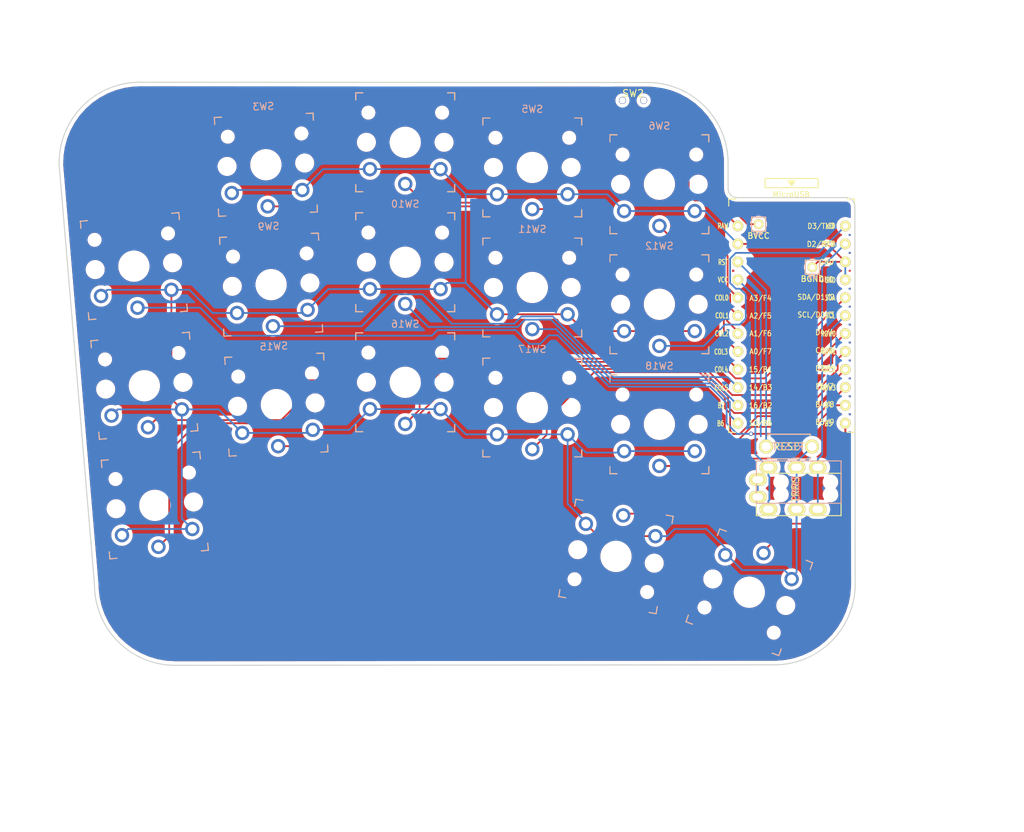
<source format=kicad_pcb>
(kicad_pcb (version 20171130) (host pcbnew 5.1.9)
  (title_block (title "Corne Light") (date 2018-12-26) (rev 2.1) (company foostan))
  (layers (0 F.Cu signal) (31 B.Cu signal) (34 B.Paste user hide) (35 F.Paste user) (36 B.SilkS user hide) (37 F.SilkS user) (38 B.Mask user) (39 F.Mask user) (44 Edge.Cuts user))
  (net 0 "")
  (net 1 row0)
  (net 2 row1)
  (net 3 row2)
  (net 4 row3)
  (net 5 "Net-(D20-Pad2)")
  (net 6 GND)
  (net 7 VCC)
  (net 8 col1)
  (net 9 col2)
  (net 10 col3)
  (net 11 col4)
  (net 12 col5)
  (net 13 LED)
  (net 14 data)
  (net 15 reset)
  (net 16 SCL)
  (net 17 SDA)
  (net 18 "Net-(U1-Pad14)")
  (net 19 "Net-(U1-Pad13)")
  (net 20 "Net-(U1-Pad12)")
  (net 21 "Net-(U1-Pad11)")
  (net 22 "Net-(J1-PadA)")
  (net 23 "Net-(U1-Pad24)")
  (module kbd:1pin_conn (layer F.Cu) (at 130.048 36.576)
    (fp_text reference BVCC (at 0 1.651) (layer F.SilkS) (effects (font (size 0.8128 0.8128))))
    (fp_text value VALBAT hide)
    (fp_text user ** (at 0 1.651) (layer B.SilkS) (effects (font (size 0.8128 0.8128)) (justify mirror)))
    (pad 1 thru_hole circle (at 0 0) (size 1.397 1.397) (drill 0.8128) (layers *.Cu *.Mask F.SilkS))
  )
  (module kbd:1pin_conn (layer F.Cu) (at 137.668 42.672)
    (fp_text reference BGND (at 0 1.651) (layer F.SilkS) (effects (font (size 0.8128 0.8128))))
    (fp_text value ValWW hide)
    (fp_text user ** (at 0 1.651) (layer B.SilkS) (effects (font (size 0.8128 0.8128)) (justify mirror)))
    (pad 1 thru_hole circle (at 0 0) (size 1.397 1.397) (drill 0.8128) (layers *.Cu *.Mask F.SilkS) (net 6 GND))
  )
  (module Kailh:SPDT_C128955 (layer F.Cu) (at 112.268 19.05)
    (fp_text reference SW2 (at 0 -1) (layer F.SilkS))
    (fp_text value SW_SPDT)
    (pad 0 smd rect (at -3.7 -1.1) (size 0.9 0.9) (layers F.Cu F.Paste F.Mask))
    (pad 0 smd rect (at -3.7 1.1) (size 0.9 0.9) (layers F.Cu F.Paste F.Mask))
    (pad 0 smd rect (at 3.7 1.1) (size 0.9 0.9) (layers F.Cu F.Paste F.Mask))
    (pad 0 smd rect (at 3.7 -1.1) (size 0.9 0.9) (layers F.Cu F.Paste F.Mask))
    (pad 1 smd rect (at 2.25 2.075) (size 0.9 1.25) (layers F.Cu F.Paste F.Mask))
    (pad 3 smd rect (at -2.25 2.075) (size 0.9 1.25) (layers F.Cu F.Paste F.Mask) (net 23 "Net-(U1-Pad24)"))
    (pad 2 smd rect (at -0.75 2.075) (size 0.9 1.25) (layers F.Cu F.Paste F.Mask))
    (pad "" np_thru_hole circle (at -1.5 0) (size 1 1) (drill 0.9) (layers *.Cu *.Mask))
    (pad "" np_thru_hole circle (at 1.5 0) (size 1 1) (drill 0.9) (layers *.Cu *.Mask))
  )
  (module kbd:ProMicro_v3 (layer F.Cu) (at 134.72 51.308)
    (fp_text reference U1 hide)
    (fp_text value ProMicro hide)
    (fp_text user "" (at -1.2065 -16.256) (layer B.SilkS) (effects (justify mirror)))
    (fp_text user "" (at -0.545 -17.4) (layer F.SilkS))
    (fp_text user RAW (at -9.7155 -14.478 unlocked) (layer F.SilkS) (effects (font (size 0.75 0.5) (thickness 0.125))))
    (fp_text user GND (at 5.461 -6.7945 unlocked) (layer F.SilkS) (effects (font (size 0.75 0.5) (thickness 0.125))))
    (fp_text user RST (at -9.7155 -9.3345 unlocked) (layer F.SilkS) (effects (font (size 0.75 0.5) (thickness 0.125))))
    (fp_text user VCC (at -9.7155 -6.858 unlocked) (layer F.SilkS) (effects (font (size 0.75 0.5) (thickness 0.125))))
    (fp_text user A3/F4 (at -4.395 -4.25 unlocked) (layer F.SilkS) (effects (font (size 0.75 0.67) (thickness 0.125))))
    (fp_text user A2/F5 (at -4.395 -1.75 unlocked) (layer F.SilkS) (effects (font (size 0.75 0.67) (thickness 0.125))))
    (fp_text user A1/F6 (at -4.395 0.75 unlocked) (layer F.SilkS) (effects (font (size 0.75 0.67) (thickness 0.125))))
    (fp_text user A0/F7 (at -4.395 3.3 unlocked) (layer F.SilkS) (effects (font (size 0.75 0.67) (thickness 0.125))))
    (fp_text user 15/B1 (at -4.395 5.85 unlocked) (layer F.SilkS) (effects (font (size 0.75 0.67) (thickness 0.125))))
    (fp_text user 14/B3 (at -4.395 8.4 unlocked) (layer F.SilkS) (effects (font (size 0.75 0.67) (thickness 0.125))))
    (fp_text user 10/B6 (at -4.395 13.45 unlocked) (layer F.SilkS) (effects (font (size 0.75 0.67) (thickness 0.125))))
    (fp_text user 16/B2 (at -4.395 10.95 unlocked) (layer F.SilkS) (effects (font (size 0.75 0.67) (thickness 0.125))))
    (fp_text user E6/7 (at 4.705 8.25 unlocked) (layer F.SilkS) (effects (font (size 0.75 0.67) (thickness 0.125))))
    (fp_text user D7/6 (at 4.705 5.7 unlocked) (layer F.SilkS) (effects (font (size 0.75 0.67) (thickness 0.125))))
    (fp_text user GND (at 4.955 -9.35 unlocked) (layer F.SilkS) (effects (font (size 0.75 0.67) (thickness 0.125))))
    (fp_text user GND (at 4.955 -6.9 unlocked) (layer F.SilkS) (effects (font (size 0.75 0.67) (thickness 0.125))))
    (fp_text user D3/TX0 (at 4.155 -14.45 unlocked) (layer F.SilkS) (effects (font (size 0.75 0.67) (thickness 0.125))))
    (fp_text user D4/4 (at 4.705 0.6 unlocked) (layer F.SilkS) (effects (font (size 0.75 0.67) (thickness 0.125))))
    (fp_text user SDA/D1/2 (at 3.455 -4.4 unlocked) (layer F.SilkS) (effects (font (size 0.75 0.67) (thickness 0.125))))
    (fp_text user SCL/D0/3 (at 3.455 -1.9 unlocked) (layer F.SilkS) (effects (font (size 0.75 0.67) (thickness 0.125))))
    (fp_text user C6/5 (at 4.705 3.15 unlocked) (layer F.SilkS) (effects (font (size 0.75 0.67) (thickness 0.125))))
    (fp_text user B5/9 (at 4.705 13.3 unlocked) (layer F.SilkS) (effects (font (size 0.75 0.67) (thickness 0.125))))
    (fp_text user D2/RX1 (at 4.155 -11.9 unlocked) (layer F.SilkS) (effects (font (size 0.75 0.67) (thickness 0.125))))
    (fp_text user B4/8 (at 4.705 10.8 unlocked) (layer F.SilkS) (effects (font (size 0.75 0.67) (thickness 0.125))))
    (fp_text user MicroUSB (at -0.05 -18.95) (layer F.SilkS) (effects (font (size 0.75 0.75) (thickness 0.12))))
    (fp_text user LED (at 5.5 -14.478) (layer F.SilkS) (effects (font (size 0.75 0.5) (thickness 0.125))))
    (fp_text user DATA (at 5.35 -11.95) (layer F.SilkS) (effects (font (size 0.75 0.5) (thickness 0.125))))
    (fp_text user COL3 (at -10 3.35) (layer F.SilkS) (effects (font (size 0.75 0.5) (thickness 0.125))))
    (fp_text user ROW0 (at 5.2 0.8) (layer F.SilkS) (effects (font (size 0.75 0.5) (thickness 0.125))))
    (fp_text user COL2 (at -9.9 0.762) (layer F.SilkS) (effects (font (size 0.75 0.5) (thickness 0.125))))
    (fp_text user SCL (at 5.461 -1.778) (layer F.SilkS) (effects (font (size 0.75 0.5) (thickness 0.125))))
    (fp_text user COL1 (at -9.85 -1.778) (layer F.SilkS) (effects (font (size 0.75 0.5) (thickness 0.125))))
    (fp_text user SDA (at 5.461 -4.318) (layer F.SilkS) (effects (font (size 0.75 0.5) (thickness 0.125))))
    (fp_text user COL0 (at -9.9 -4.3) (layer F.SilkS) (effects (font (size 0.75 0.5) (thickness 0.125))))
    (fp_text user B6 (at -10.05 13.5) (layer F.SilkS) (effects (font (size 0.75 0.5) (thickness 0.125))))
    (fp_text user B5 (at 5.2 13.5255) (layer F.SilkS) (effects (font (size 0.75 0.5) (thickness 0.125))))
    (fp_text user B4 (at 5.2 10.922) (layer F.SilkS) (effects (font (size 0.75 0.5) (thickness 0.125))))
    (fp_text user B2 (at -9.95 10.95) (layer F.SilkS) (effects (font (size 0.75 0.5) (thickness 0.125))))
    (fp_text user ROW3 (at 5.2 8.4455) (layer F.SilkS) (effects (font (size 0.75 0.5) (thickness 0.125))))
    (fp_text user COL5 (at -9.95 8.4455) (layer F.SilkS) (effects (font (size 0.75 0.5) (thickness 0.125))))
    (fp_text user ROW2 (at 5.2 5.85) (layer F.SilkS) (effects (font (size 0.75 0.5) (thickness 0.125))))
    (fp_text user COL4 (at -9.95 5.85) (layer F.SilkS) (effects (font (size 0.75 0.5) (thickness 0.125))))
    (fp_text user ROW1 (at 5.25 3.302) (layer F.SilkS) (effects (font (size 0.75 0.5) (thickness 0.125))))
    (pad 24 thru_hole circle (at -7.6086 -14.478) (size 1.524 1.524) (drill 0.8128) (layers *.Cu *.Mask F.SilkS) (net 23 "Net-(U1-Pad24)"))
    (pad 23 thru_hole circle (at -7.6086 -11.938) (size 1.524 1.524) (drill 0.8128) (layers *.Cu *.Mask F.SilkS) (net 6 GND))
    (pad 22 thru_hole circle (at -7.6086 -9.398) (size 1.524 1.524) (drill 0.8128) (layers *.Cu *.Mask F.SilkS) (net 15 reset))
    (pad 21 thru_hole circle (at -7.6086 -6.858) (size 1.524 1.524) (drill 0.8128) (layers *.Cu *.Mask F.SilkS) (net 7 VCC))
    (pad 20 thru_hole circle (at -7.6086 -4.318) (size 1.524 1.524) (drill 0.8128) (layers *.Cu *.Mask F.SilkS) (net 5 "Net-(D20-Pad2)"))
    (pad 19 thru_hole circle (at -7.6086 -1.778) (size 1.524 1.524) (drill 0.8128) (layers *.Cu *.Mask F.SilkS) (net 8 col1))
    (pad 18 thru_hole circle (at -7.6086 0.762) (size 1.524 1.524) (drill 0.8128) (layers *.Cu *.Mask F.SilkS) (net 9 col2))
    (pad 17 thru_hole circle (at -7.6086 3.302) (size 1.524 1.524) (drill 0.8128) (layers *.Cu *.Mask F.SilkS) (net 10 col3))
    (pad 16 thru_hole circle (at -7.6086 5.842) (size 1.524 1.524) (drill 0.8128) (layers *.Cu *.Mask F.SilkS) (net 11 col4))
    (pad 15 thru_hole circle (at -7.6086 8.382) (size 1.524 1.524) (drill 0.8128) (layers *.Cu *.Mask F.SilkS) (net 12 col5))
    (pad 14 thru_hole circle (at -7.6086 10.922) (size 1.524 1.524) (drill 0.8128) (layers *.Cu *.Mask F.SilkS) (net 18 "Net-(U1-Pad14)"))
    (pad 13 thru_hole circle (at -7.6086 13.462) (size 1.524 1.524) (drill 0.8128) (layers *.Cu *.Mask F.SilkS) (net 19 "Net-(U1-Pad13)"))
    (pad 12 thru_hole circle (at 7.6114 13.462) (size 1.524 1.524) (drill 0.8128) (layers *.Cu *.Mask F.SilkS) (net 20 "Net-(U1-Pad12)"))
    (pad 11 thru_hole circle (at 7.6114 10.922) (size 1.524 1.524) (drill 0.8128) (layers *.Cu *.Mask F.SilkS) (net 21 "Net-(U1-Pad11)"))
    (pad 10 thru_hole circle (at 7.6114 8.382) (size 1.524 1.524) (drill 0.8128) (layers *.Cu *.Mask F.SilkS) (net 4 row3))
    (pad 9 thru_hole circle (at 7.6114 5.842) (size 1.524 1.524) (drill 0.8128) (layers *.Cu *.Mask F.SilkS) (net 3 row2))
    (pad 8 thru_hole circle (at 7.6114 3.302) (size 1.524 1.524) (drill 0.8128) (layers *.Cu *.Mask F.SilkS) (net 2 row1))
    (pad 7 thru_hole circle (at 7.6114 0.762) (size 1.524 1.524) (drill 0.8128) (layers *.Cu *.Mask F.SilkS) (net 1 row0))
    (pad 6 thru_hole circle (at 7.6114 -1.778) (size 1.524 1.524) (drill 0.8128) (layers *.Cu *.Mask F.SilkS) (net 16 SCL))
    (pad 5 thru_hole circle (at 7.6114 -4.318) (size 1.524 1.524) (drill 0.8128) (layers *.Cu *.Mask F.SilkS) (net 17 SDA))
    (pad 4 thru_hole circle (at 7.6114 -6.858) (size 1.524 1.524) (drill 0.8128) (layers *.Cu *.Mask F.SilkS) (net 6 GND))
    (pad 3 thru_hole circle (at 7.6114 -9.398) (size 1.524 1.524) (drill 0.8128) (layers *.Cu *.Mask F.SilkS) (net 6 GND))
    (pad 2 thru_hole circle (at 7.6114 -11.938) (size 1.524 1.524) (drill 0.8128) (layers *.Cu *.Mask F.SilkS) (net 14 data))
    (pad 1 thru_hole circle (at 7.6114 -14.478) (size 1.524 1.524) (drill 0.8128) (layers *.Cu *.Mask F.SilkS) (net 13 LED))
  )
  (module chocs:SW_PG1350_reversible_b2 (layer B.Cu) (at 109.85 83.636 350)
    (fp_text reference SW20 hide)
    (fp_text value SW_PUSH hide)
    (pad "" np_thru_hole circle (at -5.5 0 350) (size 1.7018 1.7018) (drill 1.7018) (layers *.Cu *.Mask))
    (pad "" np_thru_hole circle (at 5.5 0 350) (size 1.7018 1.7018) (drill 1.7018) (layers *.Cu *.Mask))
    (pad "" np_thru_hole circle (at 5.22 4.2 350) (size 0.9906 0.9906) (drill 0.9906) (layers *.Cu *.Mask))
    (pad 1 thru_hole circle (at 0 -5.9 350) (size 2.032 2.032) (drill 1.27) (layers *.Cu *.Mask) (net 21 "Net-(U1-Pad11)"))
    (pad 2 thru_hole circle (at -5 -3.8 350) (size 2.032 2.032) (drill 1.27) (layers *.Cu *.Mask) (net 6 GND))
    (pad "" np_thru_hole circle (at 0 0 350) (size 3.429 3.429) (drill 3.429) (layers *.Cu *.Mask))
    (pad 2 thru_hole circle (at 5 -3.8 350) (size 2.032 2.032) (drill 1.27) (layers *.Cu *.Mask) (net 6 GND))
    (pad "" np_thru_hole circle (at -5.22 4.2 350) (size 0.9906 0.9906) (drill 0.9906) (layers *.Cu *.Mask))
  )
  (module chocs:SW_PG1350_reversible_b2 (layer F.Cu) (at 116 64.92)
    (fp_text reference SW18 hide)
    (fp_text value SW_PUSH hide)
    (fp_text user %R (at 0 -8.255) (layer B.SilkS) (effects (justify mirror)))
    (pad "" np_thru_hole circle (at -5.22 -4.2) (size 0.9906 0.9906) (drill 0.9906) (layers *.Cu *.Mask))
    (pad 2 thru_hole circle (at 5 3.8) (size 2.032 2.032) (drill 1.27) (layers *.Cu *.Mask) (net 6 GND))
    (pad "" np_thru_hole circle (at 0 0) (size 3.429 3.429) (drill 3.429) (layers *.Cu *.Mask))
    (pad 2 thru_hole circle (at -5 3.8) (size 2.032 2.032) (drill 1.27) (layers *.Cu *.Mask) (net 6 GND))
    (pad 1 thru_hole circle (at 0 5.9) (size 2.032 2.032) (drill 1.27) (layers *.Cu *.Mask) (net 3 row2))
    (pad "" np_thru_hole circle (at 5.22 -4.2) (size 0.9906 0.9906) (drill 0.9906) (layers *.Cu *.Mask))
    (pad "" np_thru_hole circle (at 5.5 0) (size 1.7018 1.7018) (drill 1.7018) (layers *.Cu *.Mask))
    (pad "" np_thru_hole circle (at -5.5 0) (size 1.7018 1.7018) (drill 1.7018) (layers *.Cu *.Mask))
  )
  (module chocs:SW_PG1350_reversible_b2 (layer B.Cu) (at 128.73 88.706 340)
    (fp_text reference SW21 hide)
    (fp_text value SW_PUSH hide)
    (pad "" np_thru_hole circle (at -5.5 0 340) (size 1.7018 1.7018) (drill 1.7018) (layers *.Cu *.Mask))
    (pad "" np_thru_hole circle (at 5.5 0 340) (size 1.7018 1.7018) (drill 1.7018) (layers *.Cu *.Mask))
    (pad "" np_thru_hole circle (at 5.22 4.2 340) (size 0.9906 0.9906) (drill 0.9906) (layers *.Cu *.Mask))
    (pad 1 thru_hole circle (at 0 -5.9 340) (size 2.032 2.032) (drill 1.27) (layers *.Cu *.Mask) (net 20 "Net-(U1-Pad12)"))
    (pad 2 thru_hole circle (at -5 -3.8 340) (size 2.032 2.032) (drill 1.27) (layers *.Cu *.Mask) (net 6 GND))
    (pad "" np_thru_hole circle (at 0 0 340) (size 3.429 3.429) (drill 3.429) (layers *.Cu *.Mask))
    (pad 2 thru_hole circle (at 5 -3.8 340) (size 2.032 2.032) (drill 1.27) (layers *.Cu *.Mask) (net 6 GND))
    (pad "" np_thru_hole circle (at -5.22 4.2 340) (size 0.9906 0.9906) (drill 0.9906) (layers *.Cu *.Mask))
  )
  (module chocs:SW_PG1350_reversible_b2 (layer F.Cu) (at 98 62.545)
    (fp_text reference SW17 hide)
    (fp_text value SW_PUSH hide)
    (fp_text user %R (at 0 -8.255) (layer B.SilkS) (effects (justify mirror)))
    (pad "" np_thru_hole circle (at -5.22 -4.2) (size 0.9906 0.9906) (drill 0.9906) (layers *.Cu *.Mask))
    (pad 2 thru_hole circle (at 5 3.8) (size 2.032 2.032) (drill 1.27) (layers *.Cu *.Mask) (net 6 GND))
    (pad "" np_thru_hole circle (at 0 0) (size 3.429 3.429) (drill 3.429) (layers *.Cu *.Mask))
    (pad 2 thru_hole circle (at -5 3.8) (size 2.032 2.032) (drill 1.27) (layers *.Cu *.Mask) (net 6 GND))
    (pad 1 thru_hole circle (at 0 5.9) (size 2.032 2.032) (drill 1.27) (layers *.Cu *.Mask) (net 2 row1))
    (pad "" np_thru_hole circle (at 5.22 -4.2) (size 0.9906 0.9906) (drill 0.9906) (layers *.Cu *.Mask))
    (pad "" np_thru_hole circle (at 5.5 0) (size 1.7018 1.7018) (drill 1.7018) (layers *.Cu *.Mask))
    (pad "" np_thru_hole circle (at -5.5 0) (size 1.7018 1.7018) (drill 1.7018) (layers *.Cu *.Mask))
  )
  (module chocs:SW_PG1350_reversible_b2 (layer F.Cu) (at 80 58.97)
    (fp_text reference SW16 hide)
    (fp_text value SW_PUSH hide)
    (fp_text user %R (at 0 -8.255) (layer B.SilkS) (effects (justify mirror)))
    (pad "" np_thru_hole circle (at -5.22 -4.2) (size 0.9906 0.9906) (drill 0.9906) (layers *.Cu *.Mask))
    (pad 2 thru_hole circle (at 5 3.8) (size 2.032 2.032) (drill 1.27) (layers *.Cu *.Mask) (net 6 GND))
    (pad "" np_thru_hole circle (at 0 0) (size 3.429 3.429) (drill 3.429) (layers *.Cu *.Mask))
    (pad 2 thru_hole circle (at -5 3.8) (size 2.032 2.032) (drill 1.27) (layers *.Cu *.Mask) (net 6 GND))
    (pad 1 thru_hole circle (at 0 5.9) (size 2.032 2.032) (drill 1.27) (layers *.Cu *.Mask) (net 1 row0))
    (pad "" np_thru_hole circle (at 5.22 -4.2) (size 0.9906 0.9906) (drill 0.9906) (layers *.Cu *.Mask))
    (pad "" np_thru_hole circle (at 5.5 0) (size 1.7018 1.7018) (drill 1.7018) (layers *.Cu *.Mask))
    (pad "" np_thru_hole circle (at -5.5 0) (size 1.7018 1.7018) (drill 1.7018) (layers *.Cu *.Mask))
  )
  (module chocs:SW_PG1350_reversible_b2 (layer F.Cu) (at 61.747939 62.128974 2.5)
    (fp_text reference SW15 hide)
    (fp_text value SW_PUSH hide)
    (fp_text user %R (at 0 -8.255 2.5) (layer B.SilkS) (effects (justify mirror)))
    (pad "" np_thru_hole circle (at -5.22 -4.2 2.5) (size 0.9906 0.9906) (drill 0.9906) (layers *.Cu *.Mask))
    (pad 2 thru_hole circle (at 5 3.8 2.5) (size 2.032 2.032) (drill 1.27) (layers *.Cu *.Mask) (net 6 GND))
    (pad "" np_thru_hole circle (at 0 0 2.5) (size 3.429 3.429) (drill 3.429) (layers *.Cu *.Mask))
    (pad 2 thru_hole circle (at -5 3.8 2.5) (size 2.032 2.032) (drill 1.27) (layers *.Cu *.Mask) (net 6 GND))
    (pad 1 thru_hole circle (at 0 5.9 2.5) (size 2.032 2.032) (drill 1.27) (layers *.Cu *.Mask) (net 16 SCL))
    (pad "" np_thru_hole circle (at 5.22 -4.2 2.5) (size 0.9906 0.9906) (drill 0.9906) (layers *.Cu *.Mask))
    (pad "" np_thru_hole circle (at 5.5 0 2.5) (size 1.7018 1.7018) (drill 1.7018) (layers *.Cu *.Mask))
    (pad "" np_thru_hole circle (at -5.5 0 2.5) (size 1.7018 1.7018) (drill 1.7018) (layers *.Cu *.Mask))
  )
  (module chocs:SW_PG1350_reversible_b2 (layer F.Cu) (at 44.5329 76.4008 5)
    (fp_text reference SW14 hide)
    (fp_text value SW_PUSH hide)
    (pad "" np_thru_hole circle (at -5.22 -4.2 5) (size 0.9906 0.9906) (drill 0.9906) (layers *.Cu *.Mask))
    (pad 2 thru_hole circle (at 5 3.8 5) (size 2.032 2.032) (drill 1.27) (layers *.Cu *.Mask) (net 6 GND))
    (pad "" np_thru_hole circle (at 0 0 5) (size 3.429 3.429) (drill 3.429) (layers *.Cu *.Mask))
    (pad 2 thru_hole circle (at -5 3.8 5) (size 2.032 2.032) (drill 1.27) (layers *.Cu *.Mask) (net 6 GND))
    (pad 1 thru_hole circle (at 0 5.9 5) (size 2.032 2.032) (drill 1.27) (layers *.Cu *.Mask) (net 17 SDA))
    (pad "" np_thru_hole circle (at 5.22 -4.2 5) (size 0.9906 0.9906) (drill 0.9906) (layers *.Cu *.Mask))
    (pad "" np_thru_hole circle (at 5.5 0 5) (size 1.7018 1.7018) (drill 1.7018) (layers *.Cu *.Mask))
    (pad "" np_thru_hole circle (at -5.5 0 5) (size 1.7018 1.7018) (drill 1.7018) (layers *.Cu *.Mask))
  )
  (module chocs:SW_PG1350_reversible_b2 (layer F.Cu) (at 116 47.92)
    (fp_text reference SW12 hide)
    (fp_text value SW_PUSH hide)
    (fp_text user %R (at 0 -8.255) (layer B.SilkS) (effects (justify mirror)))
    (pad "" np_thru_hole circle (at -5.22 -4.2) (size 0.9906 0.9906) (drill 0.9906) (layers *.Cu *.Mask))
    (pad 2 thru_hole circle (at 5 3.8) (size 2.032 2.032) (drill 1.27) (layers *.Cu *.Mask) (net 6 GND))
    (pad "" np_thru_hole circle (at 0 0) (size 3.429 3.429) (drill 3.429) (layers *.Cu *.Mask))
    (pad 2 thru_hole circle (at -5 3.8) (size 2.032 2.032) (drill 1.27) (layers *.Cu *.Mask) (net 6 GND))
    (pad 1 thru_hole circle (at 0 5.9) (size 2.032 2.032) (drill 1.27) (layers *.Cu *.Mask) (net 13 LED))
    (pad "" np_thru_hole circle (at 5.22 -4.2) (size 0.9906 0.9906) (drill 0.9906) (layers *.Cu *.Mask))
    (pad "" np_thru_hole circle (at 5.5 0) (size 1.7018 1.7018) (drill 1.7018) (layers *.Cu *.Mask))
    (pad "" np_thru_hole circle (at -5.5 0) (size 1.7018 1.7018) (drill 1.7018) (layers *.Cu *.Mask))
  )
  (module chocs:SW_PG1350_reversible_b2 (layer F.Cu) (at 98 45.54)
    (fp_text reference SW11 hide)
    (fp_text value SW_PUSH hide)
    (fp_text user %R (at 0 -8.255) (layer B.SilkS) (effects (justify mirror)))
    (pad "" np_thru_hole circle (at -5.22 -4.2) (size 0.9906 0.9906) (drill 0.9906) (layers *.Cu *.Mask))
    (pad 2 thru_hole circle (at 5 3.8) (size 2.032 2.032) (drill 1.27) (layers *.Cu *.Mask) (net 6 GND))
    (pad "" np_thru_hole circle (at 0 0) (size 3.429 3.429) (drill 3.429) (layers *.Cu *.Mask))
    (pad 2 thru_hole circle (at -5 3.8) (size 2.032 2.032) (drill 1.27) (layers *.Cu *.Mask) (net 6 GND))
    (pad 1 thru_hole circle (at 0 5.9) (size 2.032 2.032) (drill 1.27) (layers *.Cu *.Mask) (net 19 "Net-(U1-Pad13)"))
    (pad "" np_thru_hole circle (at 5.22 -4.2) (size 0.9906 0.9906) (drill 0.9906) (layers *.Cu *.Mask))
    (pad "" np_thru_hole circle (at 5.5 0) (size 1.7018 1.7018) (drill 1.7018) (layers *.Cu *.Mask))
    (pad "" np_thru_hole circle (at -5.5 0) (size 1.7018 1.7018) (drill 1.7018) (layers *.Cu *.Mask))
  )
  (module chocs:SW_PG1350_reversible_b2 (layer F.Cu) (at 80 41.97)
    (fp_text reference SW10 hide)
    (fp_text value SW_PUSH hide)
    (fp_text user %R (at 0 -8.255) (layer B.SilkS) (effects (justify mirror)))
    (pad "" np_thru_hole circle (at -5.22 -4.2) (size 0.9906 0.9906) (drill 0.9906) (layers *.Cu *.Mask))
    (pad 2 thru_hole circle (at 5 3.8) (size 2.032 2.032) (drill 1.27) (layers *.Cu *.Mask) (net 6 GND))
    (pad "" np_thru_hole circle (at 0 0) (size 3.429 3.429) (drill 3.429) (layers *.Cu *.Mask))
    (pad 2 thru_hole circle (at -5 3.8) (size 2.032 2.032) (drill 1.27) (layers *.Cu *.Mask) (net 6 GND))
    (pad 1 thru_hole circle (at 0 5.9) (size 2.032 2.032) (drill 1.27) (layers *.Cu *.Mask) (net 18 "Net-(U1-Pad14)"))
    (pad "" np_thru_hole circle (at 5.22 -4.2) (size 0.9906 0.9906) (drill 0.9906) (layers *.Cu *.Mask))
    (pad "" np_thru_hole circle (at 5.5 0) (size 1.7018 1.7018) (drill 1.7018) (layers *.Cu *.Mask))
    (pad "" np_thru_hole circle (at -5.5 0) (size 1.7018 1.7018) (drill 1.7018) (layers *.Cu *.Mask))
  )
  (module chocs:SW_PG1350_reversible_b2 (layer F.Cu) (at 61.006165 45.140154 2.5)
    (fp_text reference SW9 hide)
    (fp_text value SW_PUSH hide)
    (fp_text user %R (at 0 -8.255 2.5) (layer B.SilkS) (effects (justify mirror)))
    (pad "" np_thru_hole circle (at -5.22 -4.2 2.5) (size 0.9906 0.9906) (drill 0.9906) (layers *.Cu *.Mask))
    (pad 2 thru_hole circle (at 5 3.8 2.5) (size 2.032 2.032) (drill 1.27) (layers *.Cu *.Mask) (net 6 GND))
    (pad "" np_thru_hole circle (at 0 0 2.5) (size 3.429 3.429) (drill 3.429) (layers *.Cu *.Mask))
    (pad 2 thru_hole circle (at -5 3.8 2.5) (size 2.032 2.032) (drill 1.27) (layers *.Cu *.Mask) (net 6 GND))
    (pad 1 thru_hole circle (at 0 5.9 2.5) (size 2.032 2.032) (drill 1.27) (layers *.Cu *.Mask) (net 12 col5))
    (pad "" np_thru_hole circle (at 5.22 -4.2 2.5) (size 0.9906 0.9906) (drill 0.9906) (layers *.Cu *.Mask))
    (pad "" np_thru_hole circle (at 5.5 0 2.5) (size 1.7018 1.7018) (drill 1.7018) (layers *.Cu *.Mask))
    (pad "" np_thru_hole circle (at -5.5 0 2.5) (size 1.7018 1.7018) (drill 1.7018) (layers *.Cu *.Mask))
  )
  (module chocs:SW_PG1350_reversible_b2 (layer F.Cu) (at 43.0508 59.4605 5)
    (fp_text reference SW8 hide)
    (fp_text value SW_PUSH hide)
    (pad "" np_thru_hole circle (at -5.22 -4.2 5) (size 0.9906 0.9906) (drill 0.9906) (layers *.Cu *.Mask))
    (pad 2 thru_hole circle (at 5 3.8 5) (size 2.032 2.032) (drill 1.27) (layers *.Cu *.Mask) (net 6 GND))
    (pad "" np_thru_hole circle (at 0 0 5) (size 3.429 3.429) (drill 3.429) (layers *.Cu *.Mask))
    (pad 2 thru_hole circle (at -5 3.8 5) (size 2.032 2.032) (drill 1.27) (layers *.Cu *.Mask) (net 6 GND))
    (pad 1 thru_hole circle (at 0 5.9 5) (size 2.032 2.032) (drill 1.27) (layers *.Cu *.Mask) (net 11 col4))
    (pad "" np_thru_hole circle (at 5.22 -4.2 5) (size 0.9906 0.9906) (drill 0.9906) (layers *.Cu *.Mask))
    (pad "" np_thru_hole circle (at 5.5 0 5) (size 1.7018 1.7018) (drill 1.7018) (layers *.Cu *.Mask))
    (pad "" np_thru_hole circle (at -5.5 0 5) (size 1.7018 1.7018) (drill 1.7018) (layers *.Cu *.Mask))
  )
  (module chocs:SW_PG1350_reversible_b2 (layer F.Cu) (at 116 30.92)
    (fp_text reference SW6 hide)
    (fp_text value SW_PUSH hide)
    (fp_text user %R (at 0 -8.255) (layer B.SilkS) (effects (justify mirror)))
    (pad "" np_thru_hole circle (at -5.22 -4.2) (size 0.9906 0.9906) (drill 0.9906) (layers *.Cu *.Mask))
    (pad 2 thru_hole circle (at 5 3.8) (size 2.032 2.032) (drill 1.27) (layers *.Cu *.Mask) (net 6 GND))
    (pad "" np_thru_hole circle (at 0 0) (size 3.429 3.429) (drill 3.429) (layers *.Cu *.Mask))
    (pad 2 thru_hole circle (at -5 3.8) (size 2.032 2.032) (drill 1.27) (layers *.Cu *.Mask) (net 6 GND))
    (pad 1 thru_hole circle (at 0 5.9) (size 2.032 2.032) (drill 1.27) (layers *.Cu *.Mask) (net 5 "Net-(D20-Pad2)"))
    (pad "" np_thru_hole circle (at 5.22 -4.2) (size 0.9906 0.9906) (drill 0.9906) (layers *.Cu *.Mask))
    (pad "" np_thru_hole circle (at 5.5 0) (size 1.7018 1.7018) (drill 1.7018) (layers *.Cu *.Mask))
    (pad "" np_thru_hole circle (at -5.5 0) (size 1.7018 1.7018) (drill 1.7018) (layers *.Cu *.Mask))
  )
  (module chocs:SW_PG1350_reversible_b2 (layer F.Cu) (at 98 28.54)
    (fp_text reference SW5 hide)
    (fp_text value SW_PUSH hide)
    (fp_text user %R (at 0 -8.255) (layer B.SilkS) (effects (justify mirror)))
    (pad "" np_thru_hole circle (at -5.22 -4.2) (size 0.9906 0.9906) (drill 0.9906) (layers *.Cu *.Mask))
    (pad 2 thru_hole circle (at 5 3.8) (size 2.032 2.032) (drill 1.27) (layers *.Cu *.Mask) (net 6 GND))
    (pad "" np_thru_hole circle (at 0 0) (size 3.429 3.429) (drill 3.429) (layers *.Cu *.Mask))
    (pad 2 thru_hole circle (at -5 3.8) (size 2.032 2.032) (drill 1.27) (layers *.Cu *.Mask) (net 6 GND))
    (pad 1 thru_hole circle (at 0 5.9) (size 2.032 2.032) (drill 1.27) (layers *.Cu *.Mask) (net 8 col1))
    (pad "" np_thru_hole circle (at 5.22 -4.2) (size 0.9906 0.9906) (drill 0.9906) (layers *.Cu *.Mask))
    (pad "" np_thru_hole circle (at 5.5 0) (size 1.7018 1.7018) (drill 1.7018) (layers *.Cu *.Mask))
    (pad "" np_thru_hole circle (at -5.5 0) (size 1.7018 1.7018) (drill 1.7018) (layers *.Cu *.Mask))
  )
  (module chocs:SW_PG1350_reversible_b2 (layer F.Cu) (at 80 24.98)
    (fp_text reference SW4 hide)
    (fp_text value SW_PUSH hide)
    (pad "" np_thru_hole circle (at -5.22 -4.2) (size 0.9906 0.9906) (drill 0.9906) (layers *.Cu *.Mask))
    (pad 2 thru_hole circle (at 5 3.8) (size 2.032 2.032) (drill 1.27) (layers *.Cu *.Mask) (net 6 GND))
    (pad "" np_thru_hole circle (at 0 0) (size 3.429 3.429) (drill 3.429) (layers *.Cu *.Mask))
    (pad 2 thru_hole circle (at -5 3.8) (size 2.032 2.032) (drill 1.27) (layers *.Cu *.Mask) (net 6 GND))
    (pad 1 thru_hole circle (at 0 5.9) (size 2.032 2.032) (drill 1.27) (layers *.Cu *.Mask) (net 9 col2))
    (pad "" np_thru_hole circle (at 5.22 -4.2) (size 0.9906 0.9906) (drill 0.9906) (layers *.Cu *.Mask))
    (pad "" np_thru_hole circle (at 5.5 0) (size 1.7018 1.7018) (drill 1.7018) (layers *.Cu *.Mask))
    (pad "" np_thru_hole circle (at -5.5 0) (size 1.7018 1.7018) (drill 1.7018) (layers *.Cu *.Mask))
  )
  (module chocs:SW_PG1350_reversible_b2 (layer F.Cu) (at 41.5691 42.5252 5)
    (fp_text reference SW2 hide)
    (fp_text value SW_PUSH hide)
    (pad "" np_thru_hole circle (at -5.22 -4.2 5) (size 0.9906 0.9906) (drill 0.9906) (layers *.Cu *.Mask))
    (pad 2 thru_hole circle (at 5 3.8 5) (size 2.032 2.032) (drill 1.27) (layers *.Cu *.Mask) (net 6 GND))
    (pad "" np_thru_hole circle (at 0 0 5) (size 3.429 3.429) (drill 3.429) (layers *.Cu *.Mask))
    (pad 2 thru_hole circle (at -5 3.8 5) (size 2.032 2.032) (drill 1.27) (layers *.Cu *.Mask) (net 6 GND))
    (pad 1 thru_hole circle (at 0 5.9 5) (size 2.032 2.032) (drill 1.27) (layers *.Cu *.Mask) (net 4 row3))
    (pad "" np_thru_hole circle (at 5.22 -4.2 5) (size 0.9906 0.9906) (drill 0.9906) (layers *.Cu *.Mask))
    (pad "" np_thru_hole circle (at 5.5 0 5) (size 1.7018 1.7018) (drill 1.7018) (layers *.Cu *.Mask))
    (pad "" np_thru_hole circle (at -5.5 0 5) (size 1.7018 1.7018) (drill 1.7018) (layers *.Cu *.Mask))
  )
  (module chocs:SW_PG1350_reversible_b2 (layer F.Cu) (at 60.264646 28.156336 2.5)
    (fp_text reference SW3 hide)
    (fp_text value SW_PUSH hide)
    (fp_text user %R (at 0 -8.255 2.5) (layer B.SilkS) (effects (justify mirror)))
    (pad "" np_thru_hole circle (at -5.22 -4.2 2.5) (size 0.9906 0.9906) (drill 0.9906) (layers *.Cu *.Mask))
    (pad 2 thru_hole circle (at 5 3.8 2.5) (size 2.032 2.032) (drill 1.27) (layers *.Cu *.Mask) (net 6 GND))
    (pad "" np_thru_hole circle (at 0 0 2.5) (size 3.429 3.429) (drill 3.429) (layers *.Cu *.Mask))
    (pad 2 thru_hole circle (at -5 3.8 2.5) (size 2.032 2.032) (drill 1.27) (layers *.Cu *.Mask) (net 6 GND))
    (pad 1 thru_hole circle (at 0 5.9 2.5) (size 2.032 2.032) (drill 1.27) (layers *.Cu *.Mask) (net 10 col3))
    (pad "" np_thru_hole circle (at 5.22 -4.2 2.5) (size 0.9906 0.9906) (drill 0.9906) (layers *.Cu *.Mask))
    (pad "" np_thru_hole circle (at 5.5 0 2.5) (size 1.7018 1.7018) (drill 1.7018) (layers *.Cu *.Mask))
    (pad "" np_thru_hole circle (at -5.5 0 2.5) (size 1.7018 1.7018) (drill 1.7018) (layers *.Cu *.Mask))
  )
  (module foostan:ResetSW (layer F.Cu) (at 134.366 68.072 180)
    (fp_text reference RSW1 hide)
    (fp_text value Val**)
    (fp_text user RESET (at 0 0) (layer F.SilkS))
    (fp_text user RESET (at 0.127 0) (layer B.SilkS) (effects (justify mirror)))
    (pad 2 thru_hole circle (at -3.25 0 180) (size 2 2) (drill 1.3) (layers *.Cu *.Mask F.SilkS) (net 6 GND))
    (pad 1 thru_hole circle (at 3.25 0 180) (size 2 2) (drill 1.3) (layers *.Cu *.Mask F.SilkS) (net 15 reset))
  )
  (module kbd:MJ-4PP-9 (layer F.Cu) (at 141.732 74.86 270)
    (fp_text reference J1)
    (fp_text value MJ-4PP-9 hide)
    (fp_text user TRRS (at -0.75 6.45 270) (layer F.SilkS))
    (fp_text user TRRS (at -0.8255 6.4135 90) (layer B.SilkS) (effects (justify mirror)))
    (pad A thru_hole oval (at -2.1 11.8 270) (size 1.7 2.5) (drill oval 1 1.5) (layers *.Cu *.Mask F.SilkS) (net 22 "Net-(J1-PadA)") (clearance 0.15))
    (pad D thru_hole oval (at 2.1 10.3 270) (size 1.7 2.5) (drill oval 1 1.5) (layers *.Cu *.Mask F.SilkS) (net 7 VCC) (clearance 0.15))
    (pad C thru_hole oval (at 2.1 6.3 270) (size 1.7 2.5) (drill oval 1 1.5) (layers *.Cu *.Mask F.SilkS) (net 6 GND))
    (pad B thru_hole oval (at 2.1 3.3 270) (size 1.7 2.5) (drill oval 1 1.5) (layers *.Cu *.Mask F.SilkS) (net 14 data))
    (pad "" np_thru_hole circle (at 0 8.5 270) (size 1.2 1.2) (drill 1.2) (layers *.Cu *.Mask F.SilkS))
    (pad "" np_thru_hole circle (at 0 1.5 270) (size 1.2 1.2) (drill 1.2) (layers *.Cu *.Mask F.SilkS))
    (pad C thru_hole oval (at -3.85 6.3 270) (size 1.7 2.5) (drill oval 1 1.5) (layers *.Cu *.Mask F.SilkS) (net 6 GND))
    (pad B thru_hole oval (at -3.85 3.3 270) (size 1.7 2.5) (drill oval 1 1.5) (layers *.Cu *.Mask F.SilkS) (net 14 data))
    (pad A thru_hole oval (at 0.35 11.8 270) (size 1.7 2.5) (drill oval 1 1.5) (layers *.Cu *.Mask F.SilkS) (net 22 "Net-(J1-PadA)") (clearance 0.15))
    (pad D thru_hole oval (at -3.85 10.3 270) (size 1.7 2.5) (drill oval 1 1.5) (layers *.Cu *.Mask F.SilkS) (net 7 VCC) (clearance 0.15))
    (pad "" np_thru_hole circle (at -1.75 1.5 270) (size 1.2 1.2) (drill 1.2) (layers *.Cu *.Mask F.SilkS))
    (pad "" np_thru_hole circle (at -1.75 8.5 270) (size 1.2 1.2) (drill 1.2) (layers *.Cu *.Mask F.SilkS))
  )
  (gr_arc (start 114.3 27.94) (end 125.73 27.94) (angle -91.60366242) (layer Edge.Cuts) (width 0.15))
  (gr_arc (start 132.29 87.55) (end 132.28 98.99) (angle -88.99844363) (layer Edge.Cuts) (width 0.15))
  (gr_arc (start 47.42 87.63) (end 35.99 87.63) (angle -90) (layer Edge.Cuts) (width 0.15))
  (gr_arc (start 127.005 31.55) (end 125.735 31.55) (angle -90) (layer Edge.Cuts) (width 0.15))
  (gr_line (start 125.735 31.55) (end 125.73 27.94) (angle 90) (layer Edge.Cuts) (width 0.15))
  (gr_arc (start 142.409844 34.077527) (end 143.679844 34.087527) (angle -94.05555909) (layer Edge.Cuts) (width 0.15))
  (gr_line (start 47.42 99.06) (end 132.28 98.99) (angle 90) (layer Edge.Cuts) (width 0.15))
  (gr_arc (start 42.41 27.905) (end 42.41 16.475) (angle -91.60366242) (layer Edge.Cuts) (width 0.15))
  (gr_line (start 142.33 32.81) (end 127.005 32.82) (angle 90) (layer Edge.Cuts) (width 0.15))
  (gr_line (start 30.984477 28.224875) (end 35.99 87.63) (angle 90) (layer Edge.Cuts) (width 0.15))
  (gr_line (start 143.728077 87.759965) (end 143.679844 34.087527) (angle 90) (layer Edge.Cuts) (width 0.15))
  (gr_line (start 113.980125 16.514477) (end 42.41 16.475) (angle 90) (layer Edge.Cuts) (width 0.15))
  (segment (start 128.466162 36.576) (end 124.656162 32.766) (width 0.25) (layer F.Cu) (net 0))
  (segment (start 130.048 36.576) (end 128.466162 36.576) (width 0.25) (layer F.Cu) (net 0))
  (segment (start 124.656162 32.766) (end 121.158 32.766) (width 0.25) (layer F.Cu) (net 0))
  (segment (start 111.518 21.125) (end 111.518 21.856) (width 0.25) (layer F.Cu) (net 0))
  (segment (start 120.142 30.48) (end 120.142 31.75) (width 0.25) (layer F.Cu) (net 0))
  (segment (start 111.518 21.856) (end 120.142 30.48) (width 0.25) (layer F.Cu) (net 0))
  (segment (start 121.158 32.766) (end 120.142 31.75) (width 0.25) (layer F.Cu) (net 0))
  (segment (start 82.039501 62.830499) (end 80 64.87) (width 0.25) (layer F.Cu) (net 1))
  (segment (start 82.039501 60.454499) (end 82.039501 62.830499) (width 0.25) (layer F.Cu) (net 1))
  (segment (start 121.666 56.642) (end 85.852 56.642) (width 0.25) (layer F.Cu) (net 1))
  (segment (start 85.852 56.642) (end 82.039501 60.454499) (width 0.25) (layer F.Cu) (net 1))
  (segment (start 133.624399 60.777001) (end 142.3314 52.07) (width 0.25) (layer F.Cu) (net 1))
  (segment (start 126.309001 60.777001) (end 133.624399 60.777001) (width 0.25) (layer F.Cu) (net 1))
  (segment (start 122.174 56.642) (end 126.309001 60.777001) (width 0.25) (layer F.Cu) (net 1))
  (segment (start 121.666 56.642) (end 122.174 56.642) (width 0.25) (layer F.Cu) (net 1))
  (segment (start 142.3314 54.61) (end 141.997 54.61) (width 0.25) (layer F.Cu) (net 2))
  (segment (start 141.244399 55.697001) (end 142.3314 54.61) (width 0.25) (layer F.Cu) (net 2))
  (segment (start 141.244399 57.171903) (end 141.244399 55.697001) (width 0.25) (layer F.Cu) (net 2))
  (segment (start 98 68.445) (end 100.039501 66.405499) (width 0.25) (layer F.Cu) (net 2))
  (segment (start 127.383288 66.294) (end 129.910277 63.767011) (width 0.25) (layer F.Cu) (net 2))
  (segment (start 100.039501 64.265165) (end 106.762646 57.54202) (width 0.25) (layer F.Cu) (net 2))
  (segment (start 126.024399 65.826399) (end 126.492 66.294) (width 0.25) (layer F.Cu) (net 2))
  (segment (start 106.762646 57.54202) (end 121.67561 57.54202) (width 0.25) (layer F.Cu) (net 2))
  (segment (start 100.039501 66.405499) (end 100.039501 64.265165) (width 0.25) (layer F.Cu) (net 2))
  (segment (start 125.27999 61.1464) (end 125.27999 62.643762) (width 0.25) (layer F.Cu) (net 2))
  (segment (start 125.27999 62.643762) (end 126.024399 63.388171) (width 0.25) (layer F.Cu) (net 2))
  (segment (start 121.67561 57.54202) (end 125.27999 61.1464) (width 0.25) (layer F.Cu) (net 2))
  (segment (start 126.024399 63.388171) (end 126.024399 65.826399) (width 0.25) (layer F.Cu) (net 2))
  (segment (start 126.492 66.294) (end 127.383288 66.294) (width 0.25) (layer F.Cu) (net 2))
  (segment (start 129.910277 63.767011) (end 134.649291 63.767011) (width 0.25) (layer F.Cu) (net 2))
  (segment (start 134.649291 63.767011) (end 141.244399 57.171903) (width 0.25) (layer F.Cu) (net 2))
  (segment (start 116 70.82) (end 123.4995 70.82) (width 0.25) (layer F.Cu) (net 3))
  (segment (start 134.2034 65.278) (end 142.3314 57.15) (width 0.25) (layer F.Cu) (net 3))
  (segment (start 129.035698 65.278) (end 134.2034 65.278) (width 0.25) (layer F.Cu) (net 3))
  (segment (start 123.493698 70.82) (end 129.035698 65.278) (width 0.25) (layer F.Cu) (net 3))
  (segment (start 116 70.82) (end 123.493698 70.82) (width 0.25) (layer F.Cu) (net 3))
  (segment (start 128.9682 66.2705) (end 135.7509 66.2705) (width 0.25) (layer F.Cu) (net 4))
  (segment (start 135.7509 66.2705) (end 142.3314 59.69) (width 0.25) (layer F.Cu) (net 4))
  (via (at 128.9682 66.2705) (size 0.6) (layers F.Cu B.Cu) (net 4))
  (segment (start 127.003138 66.2705) (end 128.9682 66.2705) (width 0.25) (layer B.Cu) (net 4))
  (segment (start 42.083319 48.402749) (end 50.942749 48.402749) (width 0.25) (layer B.Cu) (net 4))
  (segment (start 54.91554 52.37554) (end 83.76846 52.37554) (width 0.25) (layer B.Cu) (net 4))
  (segment (start 83.76846 52.37554) (end 84.56129 51.58271) (width 0.25) (layer B.Cu) (net 4))
  (segment (start 84.56129 51.58271) (end 95.641008 51.58271) (width 0.25) (layer B.Cu) (net 4))
  (segment (start 125.525485 61.916905) (end 125.525485 64.792847) (width 0.25) (layer B.Cu) (net 4))
  (segment (start 50.942749 48.402749) (end 54.91554 52.37554) (width 0.25) (layer B.Cu) (net 4))
  (segment (start 100.33 52.324) (end 101.59718 52.324) (width 0.25) (layer B.Cu) (net 4))
  (segment (start 108.86061 59.58743) (end 123.19601 59.58743) (width 0.25) (layer B.Cu) (net 4))
  (segment (start 125.525485 64.792847) (end 127.003138 66.2705) (width 0.25) (layer B.Cu) (net 4))
  (segment (start 99.118149 53.535851) (end 100.33 52.324) (width 0.25) (layer B.Cu) (net 4))
  (segment (start 95.641008 51.58271) (end 97.594149 53.535851) (width 0.25) (layer B.Cu) (net 4))
  (segment (start 101.59718 52.324) (end 108.86061 59.58743) (width 0.25) (layer B.Cu) (net 4))
  (segment (start 97.594149 53.535851) (end 99.118149 53.535851) (width 0.25) (layer B.Cu) (net 4))
  (segment (start 123.19601 59.58743) (end 125.525485 61.916905) (width 0.25) (layer B.Cu) (net 4))
  (segment (start 116 36.82) (end 116.9414 36.82) (width 0.25) (layer B.Cu) (net 5))
  (segment (start 125.6587 45.5373) (end 127.1114 46.99) (width 0.25) (layer F.Cu) (net 5))
  (segment (start 125.6587 41.0767) (end 125.6587 45.5373) (width 0.25) (layer F.Cu) (net 5))
  (segment (start 124.8466 40.2646) (end 125.6587 41.0767) (width 0.25) (layer F.Cu) (net 5))
  (segment (start 119.4446 40.2646) (end 124.8466 40.2646) (width 0.25) (layer F.Cu) (net 5))
  (segment (start 116 36.82) (end 119.4446 40.2646) (width 0.25) (layer F.Cu) (net 5))
  (segment (start 57.4254 65.6549) (end 56.902 66.1783) (width 0.25) (layer F.Cu) (net 6))
  (segment (start 125.3312 82.4091) (end 122.6681 79.746) (width 0.25) (layer B.Cu) (net 6))
  (segment (start 56.012 49.1966) (end 56.5354 48.6732) (width 0.25) (layer F.Cu) (net 6))
  (segment (start 127.1114 39.37) (end 139.7914 39.37) (width 0.25) (layer F.Cu) (net 6))
  (segment (start 139.7914 39.37) (end 142.3314 41.91) (width 0.25) (layer F.Cu) (net 6))
  (segment (start 135.432 76.96) (end 135.432 80.0724) (width 0.25) (layer B.Cu) (net 6))
  (segment (start 135.432 71.01) (end 135.432 76.96) (width 0.25) (layer B.Cu) (net 6))
  (segment (start 65.1086 31.6965) (end 64.5852 32.2199) (width 0.25) (layer F.Cu) (net 6))
  (segment (start 88.56 44.9) (end 93 49.34) (width 0.25) (layer B.Cu) (net 6))
  (segment (start 88.56 32.34) (end 88.56 44.9) (width 0.25) (layer B.Cu) (net 6))
  (segment (start 88.56 44.9) (end 85.87 44.9) (width 0.25) (layer B.Cu) (net 6))
  (segment (start 85.87 44.9) (end 85 45.77) (width 0.25) (layer B.Cu) (net 6))
  (segment (start 142.3314 41.91) (end 142.3314 44.45) (width 0.25) (layer B.Cu) (net 6))
  (segment (start 103 66.345) (end 105.5858 68.9308) (width 0.25) (layer B.Cu) (net 6))
  (segment (start 111 68.72) (end 110.7892 68.9308) (width 0.25) (layer B.Cu) (net 6))
  (segment (start 110.7892 68.9308) (end 105.5858 68.9308) (width 0.25) (layer B.Cu) (net 6))
  (segment (start 85 62.77) (end 88.575 66.345) (width 0.25) (layer B.Cu) (net 6))
  (segment (start 88.575 66.345) (end 93 66.345) (width 0.25) (layer B.Cu) (net 6))
  (segment (start 88.56 32.34) (end 93 32.34) (width 0.25) (layer B.Cu) (net 6))
  (segment (start 85 28.78) (end 88.56 32.34) (width 0.25) (layer B.Cu) (net 6))
  (segment (start 111 51.72) (end 121 51.72) (width 0.25) (layer F.Cu) (net 6))
  (segment (start 103 49.34) (end 105.38 51.72) (width 0.25) (layer F.Cu) (net 6))
  (segment (start 105.38 51.72) (end 111 51.72) (width 0.25) (layer F.Cu) (net 6))
  (segment (start 93 49.34) (end 103 49.34) (width 0.25) (layer F.Cu) (net 6))
  (segment (start 103 32.34) (end 108.62 32.34) (width 0.25) (layer B.Cu) (net 6))
  (segment (start 108.62 32.34) (end 111 34.72) (width 0.25) (layer B.Cu) (net 6))
  (segment (start 48.362965 78.268461) (end 49.845065 79.750561) (width 0.25) (layer B.Cu) (net 6))
  (segment (start 48.362965 62.810261) (end 48.362965 78.268461) (width 0.25) (layer B.Cu) (net 6))
  (segment (start 46.881265 45.874961) (end 49.430961 45.874961) (width 0.25) (layer B.Cu) (net 6))
  (segment (start 52.710634 49.154634) (end 56.176678 49.154634) (width 0.25) (layer B.Cu) (net 6))
  (segment (start 49.430961 45.874961) (end 52.710634 49.154634) (width 0.25) (layer B.Cu) (net 6))
  (segment (start 66.47274 66.143454) (end 66.908934 65.70726) (width 0.25) (layer B.Cu) (net 6))
  (segment (start 56.918452 66.143454) (end 66.47274 66.143454) (width 0.25) (layer B.Cu) (net 6))
  (segment (start 72.06274 65.70726) (end 75 62.77) (width 0.25) (layer B.Cu) (net 6))
  (segment (start 66.908934 65.70726) (end 72.06274 65.70726) (width 0.25) (layer B.Cu) (net 6))
  (segment (start 75 62.77) (end 85 62.77) (width 0.25) (layer B.Cu) (net 6))
  (segment (start 85 28.78) (end 75 28.78) (width 0.25) (layer B.Cu) (net 6))
  (segment (start 68.380263 28.78) (end 65.425641 31.734622) (width 0.25) (layer B.Cu) (net 6))
  (segment (start 75 28.78) (end 68.380263 28.78) (width 0.25) (layer B.Cu) (net 6))
  (segment (start 55.871353 31.734622) (end 55.435159 32.170816) (width 0.25) (layer B.Cu) (net 6))
  (segment (start 65.425641 31.734622) (end 55.871353 31.734622) (width 0.25) (layer B.Cu) (net 6))
  (segment (start 93 32.34) (end 103 32.34) (width 0.25) (layer B.Cu) (net 6))
  (segment (start 111 34.72) (end 121 34.72) (width 0.25) (layer B.Cu) (net 6))
  (segment (start 122.4614 34.72) (end 127.1114 39.37) (width 0.25) (layer B.Cu) (net 6))
  (segment (start 121 34.72) (end 122.4614 34.72) (width 0.25) (layer B.Cu) (net 6))
  (segment (start 37.790876 45.874961) (end 36.919318 46.746519) (width 0.25) (layer F.Cu) (net 6))
  (segment (start 39.272576 62.810261) (end 38.401018 63.681819) (width 0.25) (layer F.Cu) (net 6))
  (segment (start 40.754676 79.750561) (end 39.883118 80.622119) (width 0.25) (layer B.Cu) (net 6))
  (segment (start 49.845065 79.750561) (end 40.754676 79.750561) (width 0.25) (layer B.Cu) (net 6))
  (segment (start 39.272576 62.810261) (end 38.401018 63.681819) (width 0.25) (layer B.Cu) (net 6))
  (segment (start 48.362965 62.810261) (end 39.272576 62.810261) (width 0.25) (layer B.Cu) (net 6))
  (segment (start 53.585259 62.810261) (end 54.442499 63.667501) (width 0.25) (layer B.Cu) (net 6))
  (segment (start 48.362965 62.810261) (end 53.585259 62.810261) (width 0.25) (layer B.Cu) (net 6))
  (segment (start 54.442499 63.667501) (end 56.918452 66.143454) (width 0.25) (layer B.Cu) (net 6))
  (segment (start 46.881265 61.328561) (end 48.362965 62.810261) (width 0.25) (layer F.Cu) (net 6))
  (segment (start 46.881265 45.874961) (end 46.881265 61.328561) (width 0.25) (layer F.Cu) (net 6))
  (segment (start 85 45.77) (end 75 45.77) (width 0.25) (layer B.Cu) (net 6))
  (segment (start 69.1156 45.77) (end 66.16716 48.71844) (width 0.25) (layer B.Cu) (net 6))
  (segment (start 75 45.77) (end 69.1156 45.77) (width 0.25) (layer B.Cu) (net 6))
  (segment (start 65.730966 49.154634) (end 66.16716 48.71844) (width 0.25) (layer B.Cu) (net 6))
  (segment (start 56.176678 49.154634) (end 65.730966 49.154634) (width 0.25) (layer B.Cu) (net 6))
  (segment (start 37.790876 45.874961) (end 36.919318 46.746519) (width 0.25) (layer B.Cu) (net 6))
  (segment (start 46.881265 45.874961) (end 37.790876 45.874961) (width 0.25) (layer B.Cu) (net 6))
  (segment (start 93 66.345) (end 103 66.345) (width 0.25) (layer B.Cu) (net 6))
  (segment (start 121 68.72) (end 111 68.72) (width 0.25) (layer B.Cu) (net 6))
  (segment (start 103 76.185666) (end 105.585824 78.77149) (width 0.25) (layer B.Cu) (net 6))
  (segment (start 103 66.345) (end 103 76.185666) (width 0.25) (layer B.Cu) (net 6))
  (segment (start 135.432 85.887409) (end 134.72814 86.591269) (width 0.25) (layer B.Cu) (net 6))
  (segment (start 135.432 76.96) (end 135.432 85.887409) (width 0.25) (layer B.Cu) (net 6))
  (segment (start 127.735416 85.57527) (end 125.331213 83.171067) (width 0.25) (layer B.Cu) (net 6))
  (segment (start 133.712141 85.57527) (end 127.735416 85.57527) (width 0.25) (layer B.Cu) (net 6))
  (segment (start 134.72814 86.591269) (end 133.712141 85.57527) (width 0.25) (layer B.Cu) (net 6))
  (segment (start 135.432 70.256) (end 135.432 71.01) (width 0.25) (layer B.Cu) (net 6))
  (segment (start 137.616 68.072) (end 135.432 70.256) (width 0.25) (layer B.Cu) (net 6))
  (segment (start 107.322305 80.761971) (end 115.433902 80.761971) (width 0.25) (layer F.Cu) (net 6))
  (segment (start 105.585824 79.02549) (end 107.322305 80.761971) (width 0.25) (layer F.Cu) (net 6))
  (segment (start 117.104029 80.761971) (end 118.12 79.746) (width 0.25) (layer B.Cu) (net 6))
  (segment (start 115.433902 80.761971) (end 117.104029 80.761971) (width 0.25) (layer B.Cu) (net 6))
  (segment (start 122.6681 79.746) (end 118.12 79.746) (width 0.25) (layer B.Cu) (net 6))
  (segment (start 138.43 41.91) (end 137.668 42.672) (width 0.25) (layer F.Cu) (net 6))
  (segment (start 142.3314 41.91) (end 138.43 41.91) (width 0.25) (layer F.Cu) (net 6))
  (segment (start 131.432 71.01) (end 131.432 72.1853) (width 0.25) (layer B.Cu) (net 7))
  (segment (start 131.432 76.96) (end 131.432 75.7847) (width 0.25) (layer B.Cu) (net 7))
  (segment (start 131.432 75.7847) (end 131.5756 75.6411) (width 0.25) (layer B.Cu) (net 7))
  (segment (start 131.5756 75.6411) (end 131.5756 72.3289) (width 0.25) (layer B.Cu) (net 7))
  (segment (start 131.5756 72.3289) (end 131.432 72.1853) (width 0.25) (layer B.Cu) (net 7))
  (segment (start 129.5935 69.1715) (end 131.432 71.01) (width 0.25) (layer B.Cu) (net 7))
  (segment (start 129.5935 46.9321) (end 129.5935 69.1715) (width 0.25) (layer B.Cu) (net 7))
  (segment (start 127.1114 44.45) (end 129.5935 46.9321) (width 0.25) (layer B.Cu) (net 7))
  (segment (start 119.691991 31.936401) (end 120.9716 33.21601) (width 0.25) (layer F.Cu) (net 23))
  (segment (start 119.69199 30.79199) (end 119.691991 31.936401) (width 0.25) (layer F.Cu) (net 23))
  (segment (start 120.9716 33.21601) (end 124.40201 33.21601) (width 0.25) (layer F.Cu) (net 23))
  (segment (start 124.40201 33.21601) (end 125.947228 34.761228) (width 0.25) (layer F.Cu) (net 23))
  (segment (start 119.69199 30.79199) (end 111.252 22.352) (width 0.25) (layer F.Cu) (net 23))
  (segment (start 110.018 21.125) (end 110.018 21.626) (width 0.25) (layer F.Cu) (net 23))
  (segment (start 111.252 22.352) (end 110.744 22.352) (width 0.25) (layer F.Cu) (net 23))
  (segment (start 110.018 21.626) (end 110.744 22.352) (width 0.25) (layer F.Cu) (net 23))
  (segment (start 126.024399 48.442999) (end 127.1114 49.53) (width 0.25) (layer F.Cu) (net 8))
  (segment (start 126.024399 46.539409) (end 126.024399 48.442999) (width 0.25) (layer F.Cu) (net 8))
  (segment (start 125.20869 45.7237) (end 126.024399 46.539409) (width 0.25) (layer F.Cu) (net 8))
  (segment (start 125.20869 41.38869) (end 125.20869 45.7237) (width 0.25) (layer F.Cu) (net 8))
  (segment (start 124.714 40.894) (end 125.20869 41.38869) (width 0.25) (layer F.Cu) (net 8))
  (segment (start 114.808 40.894) (end 124.714 40.894) (width 0.25) (layer F.Cu) (net 8))
  (segment (start 108.354 34.44) (end 114.808 40.894) (width 0.25) (layer F.Cu) (net 8))
  (segment (start 98 34.44) (end 108.354 34.44) (width 0.25) (layer F.Cu) (net 8))
  (segment (start 125.574389 50.254055) (end 127.1114 51.791066) (width 0.25) (layer F.Cu) (net 9))
  (segment (start 127.1114 51.791066) (end 127.1114 52.07) (width 0.25) (layer F.Cu) (net 9))
  (segment (start 124.75868 41.95468) (end 124.75868 45.9101) (width 0.25) (layer F.Cu) (net 9))
  (segment (start 124.75868 45.9101) (end 125.574389 46.725809) (width 0.25) (layer F.Cu) (net 9))
  (segment (start 124.14801 41.34401) (end 124.75868 41.95468) (width 0.25) (layer F.Cu) (net 9))
  (segment (start 114.6216 41.34401) (end 124.14801 41.34401) (width 0.25) (layer F.Cu) (net 9))
  (segment (start 125.574389 46.725809) (end 125.574389 50.254055) (width 0.25) (layer F.Cu) (net 9))
  (segment (start 109.34559 36.068) (end 114.6216 41.34401) (width 0.25) (layer F.Cu) (net 9))
  (segment (start 80 30.88) (end 82.648 33.528) (width 0.25) (layer F.Cu) (net 9))
  (segment (start 92.202 35.82169) (end 92.202 35.97819) (width 0.25) (layer F.Cu) (net 9))
  (segment (start 89.90831 33.528) (end 92.202 35.82169) (width 0.25) (layer F.Cu) (net 9))
  (segment (start 82.648 33.528) (end 89.90831 33.528) (width 0.25) (layer F.Cu) (net 9))
  (segment (start 92.29181 36.068) (end 94.996 36.068) (width 0.25) (layer F.Cu) (net 9))
  (segment (start 92.202 35.97819) (end 92.29181 36.068) (width 0.25) (layer F.Cu) (net 9))
  (segment (start 94.996 36.068) (end 109.34559 36.068) (width 0.25) (layer F.Cu) (net 9))
  (segment (start 94.743318 36.068) (end 94.996 36.068) (width 0.25) (layer F.Cu) (net 9))
  (segment (start 60.2254 34.0553) (end 89.6427 34.0553) (width 0.25) (layer F.Cu) (net 10))
  (segment (start 124.30867 46.33067) (end 125.124379 47.146379) (width 0.25) (layer F.Cu) (net 10))
  (segment (start 124.30867 42.26667) (end 124.30867 46.33067) (width 0.25) (layer F.Cu) (net 10))
  (segment (start 123.952 41.91) (end 124.30867 42.26667) (width 0.25) (layer F.Cu) (net 10))
  (segment (start 114.55118 41.91) (end 123.952 41.91) (width 0.25) (layer F.Cu) (net 10))
  (segment (start 125.124379 52.622979) (end 127.1114 54.61) (width 0.25) (layer F.Cu) (net 10))
  (segment (start 92.10541 36.51801) (end 109.15919 36.51801) (width 0.25) (layer F.Cu) (net 10))
  (segment (start 125.124379 47.146379) (end 125.124379 52.622979) (width 0.25) (layer F.Cu) (net 10))
  (segment (start 109.15919 36.51801) (end 114.55118 41.91) (width 0.25) (layer F.Cu) (net 10))
  (segment (start 89.6427 34.0553) (end 92.10541 36.51801) (width 0.25) (layer F.Cu) (net 10))
  (segment (start 125.5874 55.626) (end 127.1114 57.15) (width 0.25) (layer F.Cu) (net 11))
  (segment (start 84.074 55.626) (end 125.5874 55.626) (width 0.25) (layer F.Cu) (net 11))
  (segment (start 74.8963 56.9297) (end 76.708 55.118) (width 0.25) (layer F.Cu) (net 11))
  (segment (start 83.566 55.118) (end 84.074 55.626) (width 0.25) (layer F.Cu) (net 11))
  (segment (start 69.8323 56.9297) (end 74.8963 56.9297) (width 0.25) (layer F.Cu) (net 11))
  (segment (start 76.708 55.118) (end 83.566 55.118) (width 0.25) (layer F.Cu) (net 11))
  (segment (start 68.08 58.682) (end 69.8323 56.9297) (width 0.25) (layer F.Cu) (net 11))
  (segment (start 65.778 58.682) (end 68.08 58.682) (width 0.25) (layer F.Cu) (net 11))
  (segment (start 64.143 60.317) (end 65.778 58.682) (width 0.25) (layer F.Cu) (net 11))
  (segment (start 64.143 62.619) (end 64.143 60.317) (width 0.25) (layer F.Cu) (net 11))
  (segment (start 62.44 64.322) (end 64.143 62.619) (width 0.25) (layer F.Cu) (net 11))
  (segment (start 44.581068 64.322) (end 43.565019 65.338049) (width 0.25) (layer F.Cu) (net 11))
  (segment (start 55.058 64.322) (end 44.581068 64.322) (width 0.25) (layer F.Cu) (net 11))
  (segment (start 55.058 64.322) (end 62.44 64.322) (width 0.25) (layer F.Cu) (net 11))
  (segment (start 61.1151 51.032) (end 73.8229 51.032) (width 0.25) (layer B.Cu) (net 12))
  (segment (start 73.8229 51.032) (end 78.3469 46.508) (width 0.25) (layer B.Cu) (net 12))
  (segment (start 78.3469 46.508) (end 82.4355 46.508) (width 0.25) (layer B.Cu) (net 12))
  (segment (start 82.4355 46.508) (end 86.6099 50.6824) (width 0.25) (layer B.Cu) (net 12))
  (segment (start 86.6099 50.6824) (end 95.4242 50.6824) (width 0.25) (layer B.Cu) (net 12))
  (segment (start 95.4242 50.6824) (end 96.4585 49.6481) (width 0.25) (layer B.Cu) (net 12))
  (segment (start 96.4585 49.6481) (end 100.8898 49.6481) (width 0.25) (layer B.Cu) (net 12))
  (segment (start 100.8898 49.6481) (end 109.4791 58.2374) (width 0.25) (layer B.Cu) (net 12))
  (segment (start 109.4791 58.2374) (end 125.6588 58.2374) (width 0.25) (layer B.Cu) (net 12))
  (segment (start 125.6588 58.2374) (end 127.1114 59.69) (width 0.25) (layer B.Cu) (net 12))
  (segment (start 116 53.82) (end 122.2792 53.82) (width 0.25) (layer B.Cu) (net 13))
  (segment (start 122.2792 53.82) (end 125.2992 50.8) (width 0.25) (layer B.Cu) (net 13))
  (segment (start 125.2992 50.8) (end 127.3833 50.8) (width 0.25) (layer B.Cu) (net 13))
  (segment (start 127.3833 50.8) (end 128.2283 49.955) (width 0.25) (layer B.Cu) (net 13))
  (segment (start 128.2283 49.955) (end 128.2283 46.5369) (width 0.25) (layer B.Cu) (net 13))
  (segment (start 128.2283 46.5369) (end 127.4114 45.72) (width 0.25) (layer B.Cu) (net 13))
  (segment (start 127.4114 45.72) (end 126.8282 45.72) (width 0.25) (layer B.Cu) (net 13))
  (segment (start 126.8282 45.72) (end 126.0177 44.9095) (width 0.25) (layer B.Cu) (net 13))
  (segment (start 126.0177 44.9095) (end 126.0177 41.4493) (width 0.25) (layer B.Cu) (net 13))
  (segment (start 126.0177 41.4493) (end 126.827 40.64) (width 0.25) (layer B.Cu) (net 13))
  (segment (start 126.827 40.64) (end 138.5214 40.64) (width 0.25) (layer B.Cu) (net 13))
  (segment (start 138.5214 40.64) (end 142.3314 36.83) (width 0.25) (layer B.Cu) (net 13))
  (segment (start 142.3314 39.37) (end 139.0464 42.655) (width 0.25) (layer B.Cu) (net 14))
  (segment (start 139.0464 42.655) (end 139.0464 69.2203) (width 0.25) (layer B.Cu) (net 14))
  (segment (start 139.0464 69.2203) (end 138.432 69.8347) (width 0.25) (layer B.Cu) (net 14))
  (segment (start 138.432 71.01) (end 138.432 69.8347) (width 0.25) (layer B.Cu) (net 14))
  (segment (start 138.432 71.01) (end 138.432 76.96) (width 0.25) (layer B.Cu) (net 14))
  (segment (start 131.116 68.072) (end 131.116 45.9146) (width 0.25) (layer B.Cu) (net 15))
  (segment (start 131.116 45.9146) (end 127.1114 41.91) (width 0.25) (layer B.Cu) (net 15))
  (segment (start 140.2961 57.1952) (end 140.2961 51.5653) (width 0.25) (layer B.Cu) (net 16))
  (segment (start 140.2961 51.5653) (end 142.3314 49.53) (width 0.25) (layer B.Cu) (net 16))
  (via (at 140.2961 57.1952) (size 0.6) (layers F.Cu B.Cu) (net 16))
  (segment (start 138.1308 57.1952) (end 140.2961 57.1952) (width 0.25) (layer F.Cu) (net 16))
  (segment (start 132.008999 63.317001) (end 138.1308 57.1952) (width 0.25) (layer F.Cu) (net 16))
  (segment (start 104.45199 57.09201) (end 121.86201 57.09201) (width 0.25) (layer F.Cu) (net 16))
  (segment (start 104.394 57.15) (end 104.45199 57.09201) (width 0.25) (layer F.Cu) (net 16))
  (segment (start 126.589639 63.317001) (end 132.008999 63.317001) (width 0.25) (layer F.Cu) (net 16))
  (segment (start 121.86201 57.09201) (end 125.73 60.96) (width 0.25) (layer F.Cu) (net 16))
  (segment (start 125.73 62.457362) (end 126.589639 63.317001) (width 0.25) (layer F.Cu) (net 16))
  (segment (start 125.73 60.96) (end 125.73 62.457362) (width 0.25) (layer F.Cu) (net 16))
  (segment (start 100.33 57.15) (end 104.394 57.15) (width 0.25) (layer F.Cu) (net 16))
  (segment (start 96.012 57.15) (end 100.33 57.15) (width 0.25) (layer F.Cu) (net 16))
  (segment (start 81.862341 67.892341) (end 81.731323 68.023359) (width 0.25) (layer F.Cu) (net 16))
  (segment (start 81.862341 63.644069) (end 81.862341 67.892341) (width 0.25) (layer F.Cu) (net 16))
  (segment (start 81.731323 68.023359) (end 62.005293 68.023359) (width 0.25) (layer F.Cu) (net 16))
  (segment (start 84.54641 60.96) (end 81.862341 63.644069) (width 0.25) (layer F.Cu) (net 16))
  (segment (start 86.106 60.96) (end 84.54641 60.96) (width 0.25) (layer F.Cu) (net 16))
  (segment (start 89.916 57.15) (end 86.106 60.96) (width 0.25) (layer F.Cu) (net 16))
  (segment (start 100.33 57.15) (end 89.916 57.15) (width 0.25) (layer F.Cu) (net 16))
  (segment (start 62.626401 64.772009) (end 52.067991 64.772009) (width 0.25) (layer F.Cu) (net 17))
  (segment (start 46.572401 68.743599) (end 50.54399 64.77201) (width 0.25) (layer F.Cu) (net 17))
  (segment (start 46.572401 80.753067) (end 46.572401 68.743599) (width 0.25) (layer F.Cu) (net 17))
  (segment (start 45.047119 82.278349) (end 46.572401 80.753067) (width 0.25) (layer F.Cu) (net 17))
  (segment (start 50.54399 64.77201) (end 62.626401 64.772009) (width 0.25) (layer F.Cu) (net 17))
  (segment (start 126.772638 58.42) (end 130.9014 58.42) (width 0.25) (layer F.Cu) (net 17))
  (segment (start 83.887599 56.076009) (end 124.428647 56.076009) (width 0.25) (layer F.Cu) (net 17))
  (segment (start 83.43759 55.626) (end 83.887599 56.076009) (width 0.25) (layer F.Cu) (net 17))
  (segment (start 77.47 55.626) (end 83.43759 55.626) (width 0.25) (layer F.Cu) (net 17))
  (segment (start 75.71629 57.37971) (end 77.47 55.626) (width 0.25) (layer F.Cu) (net 17))
  (segment (start 130.9014 58.42) (end 142.3314 46.99) (width 0.25) (layer F.Cu) (net 17))
  (segment (start 65.9644 59.13201) (end 68.2664 59.13201) (width 0.25) (layer F.Cu) (net 17))
  (segment (start 68.2664 59.13201) (end 70.0187 57.37971) (width 0.25) (layer F.Cu) (net 17))
  (segment (start 64.77 60.32641) (end 65.9644 59.13201) (width 0.25) (layer F.Cu) (net 17))
  (segment (start 64.77 62.62841) (end 64.77 60.32641) (width 0.25) (layer F.Cu) (net 17))
  (segment (start 124.428647 56.076009) (end 126.772638 58.42) (width 0.25) (layer F.Cu) (net 17))
  (segment (start 70.0187 57.37971) (end 75.71629 57.37971) (width 0.25) (layer F.Cu) (net 17))
  (segment (start 62.626401 64.772009) (end 64.77 62.62841) (width 0.25) (layer F.Cu) (net 17))
  (segment (start 123.56881 58.68741) (end 124.5157 59.6343) (width 0.25) (layer B.Cu) (net 18))
  (segment (start 124.5157 59.6343) (end 127.1114 62.23) (width 0.25) (layer B.Cu) (net 18))
  (segment (start 109.2927 58.68741) (end 123.56881 58.68741) (width 0.25) (layer B.Cu) (net 18))
  (segment (start 101.65929 51.054) (end 109.2927 58.68741) (width 0.25) (layer B.Cu) (net 18))
  (segment (start 101.6 51.054) (end 101.65929 51.054) (width 0.25) (layer B.Cu) (net 18))
  (segment (start 100.6445 50.0985) (end 101.6 51.054) (width 0.25) (layer B.Cu) (net 18))
  (segment (start 96.9632 50.0985) (end 100.6445 50.0985) (width 0.25) (layer B.Cu) (net 18))
  (segment (start 95.929 51.1327) (end 96.9632 50.0985) (width 0.25) (layer B.Cu) (net 18))
  (segment (start 83.2627 51.1327) (end 95.929 51.1327) (width 0.25) (layer B.Cu) (net 18))
  (segment (start 80 47.87) (end 83.2627 51.1327) (width 0.25) (layer B.Cu) (net 18))
  (segment (start 126.4207 64.0793) (end 127.1114 64.77) (width 0.25) (layer B.Cu) (net 19))
  (segment (start 125.975495 63.634095) (end 126.4207 64.0793) (width 0.25) (layer B.Cu) (net 19))
  (segment (start 125.975495 61.730505) (end 125.975495 63.634095) (width 0.25) (layer B.Cu) (net 19))
  (segment (start 123.38241 59.13742) (end 125.975495 61.730505) (width 0.25) (layer B.Cu) (net 19))
  (segment (start 109.04701 59.13742) (end 123.38241 59.13742) (width 0.25) (layer B.Cu) (net 19))
  (segment (start 101.34959 51.44) (end 109.04701 59.13742) (width 0.25) (layer B.Cu) (net 19))
  (segment (start 98 51.44) (end 101.34959 51.44) (width 0.25) (layer B.Cu) (net 19))
  (segment (start 142.3314 69.2121) (end 142.3314 64.77) (width 0.25) (layer F.Cu) (net 20))
  (segment (start 142.3314 75.122315) (end 140.462 76.991715) (width 0.25) (layer F.Cu) (net 20))
  (segment (start 142.3314 64.77) (end 142.3314 75.122315) (width 0.25) (layer F.Cu) (net 20))
  (segment (start 140.462 76.991715) (end 140.462 77.724) (width 0.25) (layer F.Cu) (net 20))
  (segment (start 140.462 77.724) (end 139.192 78.994) (width 0.25) (layer F.Cu) (net 20))
  (segment (start 134.661733 78.994) (end 130.747919 82.907814) (width 0.25) (layer F.Cu) (net 20))
  (segment (start 139.192 78.994) (end 134.661733 78.994) (width 0.25) (layer F.Cu) (net 20))
  (segment (start 128.7081 69.7753) (end 133.3374 69.7753) (width 0.25) (layer F.Cu) (net 21))
  (segment (start 133.3374 69.7753) (end 140.8827 62.23) (width 0.25) (layer F.Cu) (net 21))
  (segment (start 140.8827 62.23) (end 142.3314 62.23) (width 0.25) (layer F.Cu) (net 21))
  (segment (start 110.874524 77.571634) (end 116.484366 77.571634) (width 0.25) (layer F.Cu) (net 21))
  (segment (start 116.484366 77.571634) (end 122.78599 71.27001) (width 0.25) (layer F.Cu) (net 21))
  (segment (start 127.21339 71.27001) (end 128.7057 69.7777) (width 0.25) (layer F.Cu) (net 21))
  (segment (start 122.78599 71.27001) (end 127.21339 71.27001) (width 0.25) (layer F.Cu) (net 21))
  (segment (start 128.7057 69.7777) (end 128.7081 69.7753) (width 0.25) (layer F.Cu) (net 21))
  (segment (start 129.932 75.21) (end 129.932 72.76) (width 0.25) (layer B.Cu) (net 22))
  (segment (start 125.947228 35.665828) (end 127.1114 36.83) (width 0.25) (layer F.Cu) (net 23))
  (segment (start 125.947228 34.761228) (end 125.947228 35.665828) (width 0.25) (layer F.Cu) (net 23))
  (zone (net 0) (net_name "") (layer F.Cu) (connect_pads (clearance 0.508)) (min_thickness 0.254) (fill yes (arc_segments 32) (thermal_gap 0.508) (thermal_bridge_width 0.508))
    (polygon (pts (xy 139.7 9.144) (xy 167.64 113.538) (xy 32.512 122.682) (xy 22.606 6.858)))
  )
  (zone (net 0) (net_name "") (layer B.Cu) (connect_pads (clearance 0.508)) (min_thickness 0.254) (fill yes (arc_segments 32) (thermal_gap 0.508) (thermal_bridge_width 0.508))
    (polygon (pts (xy 166.624 108.204) (xy 35.56 121.666) (xy 23.876 5.08) (xy 138.938 4.826)))
  )
)
</source>
